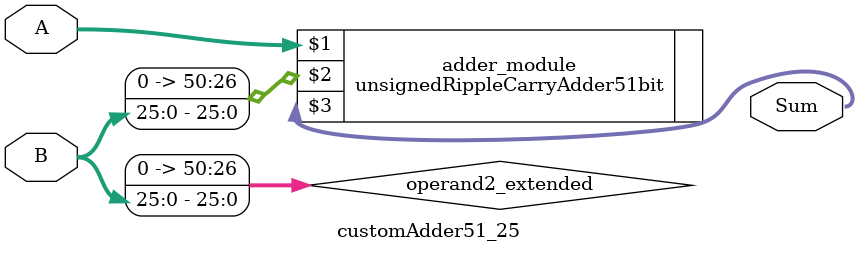
<source format=v>
module customAdder51_25(
                        input [50 : 0] A,
                        input [25 : 0] B,
                        
                        output [51 : 0] Sum
                );

        wire [50 : 0] operand2_extended;
        
        assign operand2_extended =  {25'b0, B};
        
        unsignedRippleCarryAdder51bit adder_module(
            A,
            operand2_extended,
            Sum
        );
        
        endmodule
        
</source>
